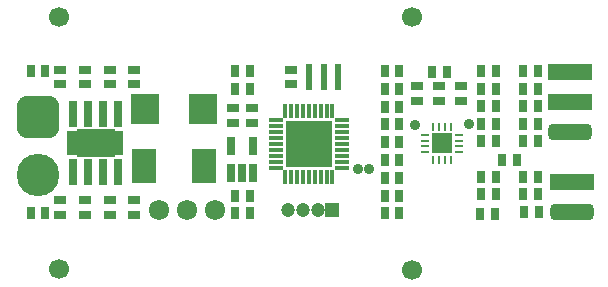
<source format=gts>
G04*
G04 #@! TF.GenerationSoftware,Altium Limited,Altium Designer,21.4.1 (30)*
G04*
G04 Layer_Color=8388736*
%FSLAX44Y44*%
%MOMM*%
G71*
G04*
G04 #@! TF.SameCoordinates,A4EDEA6E-0163-4E51-A629-31ED2BFADD5A*
G04*
G04*
G04 #@! TF.FilePolarity,Negative*
G04*
G01*
G75*
%ADD28R,0.7080X0.2548*%
%ADD29R,0.2548X0.7080*%
%ADD30R,1.7526X1.7526*%
G04:AMPARAMS|DCode=39|XSize=1.4mm|YSize=3.7mm|CornerRadius=0.4mm|HoleSize=0mm|Usage=FLASHONLY|Rotation=90.000|XOffset=0mm|YOffset=0mm|HoleType=Round|Shape=RoundedRectangle|*
%AMROUNDEDRECTD39*
21,1,1.4000,2.9000,0,0,90.0*
21,1,0.6000,3.7000,0,0,90.0*
1,1,0.8000,1.4500,0.3000*
1,1,0.8000,1.4500,-0.3000*
1,1,0.8000,-1.4500,-0.3000*
1,1,0.8000,-1.4500,0.3000*
%
%ADD39ROUNDEDRECTD39*%
%ADD40R,3.7000X1.4000*%
%ADD41R,1.0500X0.8000*%
%ADD42R,0.8000X1.0500*%
%ADD43R,2.1050X2.9940*%
%ADD44C,1.7240*%
%ADD45C,0.9000*%
%ADD46R,0.6000X2.2000*%
%ADD47R,0.4600X1.2800*%
%ADD48R,3.2000X2.3300*%
%ADD49R,0.8000X2.1700*%
%ADD50R,2.4000X2.5000*%
G04:AMPARAMS|DCode=51|XSize=3.6mm|YSize=3.6mm|CornerRadius=0.95mm|HoleSize=0mm|Usage=FLASHONLY|Rotation=180.000|XOffset=0mm|YOffset=0mm|HoleType=Round|Shape=RoundedRectangle|*
%AMROUNDEDRECTD51*
21,1,3.6000,1.7000,0,0,180.0*
21,1,1.7000,3.6000,0,0,180.0*
1,1,1.9000,-0.8500,0.8500*
1,1,1.9000,0.8500,0.8500*
1,1,1.9000,0.8500,-0.8500*
1,1,1.9000,-0.8500,-0.8500*
%
%ADD51ROUNDEDRECTD51*%
%ADD52C,3.6000*%
%ADD53R,1.2800X0.4600*%
%ADD54R,3.9000X3.9000*%
%ADD55R,0.7588X1.5208*%
%ADD56R,1.2000X1.2000*%
%ADD57C,1.2000*%
%ADD58C,1.7000*%
G36*
X272550Y327874D02*
Y348874D01*
X320000D01*
Y327874D01*
X272550D01*
D02*
G37*
D28*
X575895Y345422D02*
D03*
Y340422D02*
D03*
Y335422D02*
D03*
Y330422D02*
D03*
X604311D02*
D03*
Y335422D02*
D03*
Y340422D02*
D03*
Y345422D02*
D03*
D29*
X582603Y323714D02*
D03*
X587603D02*
D03*
X592603D02*
D03*
X597603D02*
D03*
Y352130D02*
D03*
X592603D02*
D03*
X587603D02*
D03*
X582603D02*
D03*
D30*
X590103Y337922D02*
D03*
D39*
X698608Y347400D02*
D03*
X700200Y279638D02*
D03*
D40*
X698608Y398200D02*
D03*
Y372800D02*
D03*
X700200Y305038D02*
D03*
D41*
X287830Y277556D02*
D03*
Y290000D02*
D03*
X267000Y277556D02*
D03*
Y290000D02*
D03*
X329490Y277556D02*
D03*
Y290000D02*
D03*
X308660D02*
D03*
Y277556D02*
D03*
X287830Y400456D02*
D03*
Y388012D02*
D03*
X267000D02*
D03*
Y400456D02*
D03*
X329490D02*
D03*
Y388012D02*
D03*
X308660D02*
D03*
Y400456D02*
D03*
X569400Y373778D02*
D03*
Y386222D02*
D03*
X587900Y386444D02*
D03*
Y374000D02*
D03*
X606400Y373778D02*
D03*
Y386222D02*
D03*
X413057Y355132D02*
D03*
Y367576D02*
D03*
X428941Y355132D02*
D03*
Y367576D02*
D03*
X462000Y400480D02*
D03*
Y388036D02*
D03*
D42*
X254322Y278806D02*
D03*
X241878D02*
D03*
X254322Y399206D02*
D03*
X241878D02*
D03*
X659020Y294953D02*
D03*
X671464D02*
D03*
Y309850D02*
D03*
X659020D02*
D03*
X671464Y369437D02*
D03*
X659020D02*
D03*
X671464Y339643D02*
D03*
X659020D02*
D03*
Y354540D02*
D03*
X671464D02*
D03*
Y384334D02*
D03*
X659020D02*
D03*
Y399230D02*
D03*
X671464D02*
D03*
X623345Y294953D02*
D03*
X635789D02*
D03*
X623345Y309850D02*
D03*
X635789D02*
D03*
X640932Y323800D02*
D03*
X653376D02*
D03*
X635789Y339643D02*
D03*
X623345D02*
D03*
X635789Y354540D02*
D03*
X623345D02*
D03*
Y369437D02*
D03*
X635789D02*
D03*
Y384334D02*
D03*
X623345D02*
D03*
X541576Y384177D02*
D03*
X554020D02*
D03*
X659800Y279534D02*
D03*
X672244D02*
D03*
X554020Y323965D02*
D03*
X541576D02*
D03*
X414837Y278806D02*
D03*
X427281D02*
D03*
X414837Y293859D02*
D03*
X427281D02*
D03*
X594041Y398347D02*
D03*
X581597D02*
D03*
X541576Y354071D02*
D03*
X554020D02*
D03*
X635789Y399230D02*
D03*
X623345D02*
D03*
X541576Y308912D02*
D03*
X554020D02*
D03*
X541576Y293859D02*
D03*
X554020D02*
D03*
X414837Y384177D02*
D03*
X427281D02*
D03*
X414837Y399230D02*
D03*
X427281D02*
D03*
X541576Y369124D02*
D03*
X554020D02*
D03*
Y399230D02*
D03*
X541576D02*
D03*
X554020Y278806D02*
D03*
X541576D02*
D03*
X554020Y339018D02*
D03*
X541576D02*
D03*
X635009Y278078D02*
D03*
X622565D02*
D03*
D43*
X338200Y319200D02*
D03*
X389000D02*
D03*
D44*
X397600Y281600D02*
D03*
X374100D02*
D03*
X350600D02*
D03*
D45*
X613040Y354770D02*
D03*
X566980Y353740D02*
D03*
X528490Y316200D02*
D03*
X518910D02*
D03*
D46*
X501879Y394123D02*
D03*
X477879D02*
D03*
X489879D02*
D03*
D47*
X487376Y365617D02*
D03*
X492376D02*
D03*
X497376D02*
D03*
X482376D02*
D03*
X477376D02*
D03*
X472376D02*
D03*
X467376D02*
D03*
X462376D02*
D03*
X457376D02*
D03*
Y309317D02*
D03*
X462376D02*
D03*
X467376D02*
D03*
X472376D02*
D03*
X477376D02*
D03*
X482376D02*
D03*
X487376D02*
D03*
X492376D02*
D03*
X497376D02*
D03*
D48*
X297000Y338374D02*
D03*
D49*
X277950Y363124D02*
D03*
X290650D02*
D03*
X303350D02*
D03*
X316050D02*
D03*
Y313624D02*
D03*
X303350D02*
D03*
X290650D02*
D03*
X277950D02*
D03*
D50*
X387500Y367200D02*
D03*
X338500D02*
D03*
D51*
X248100Y360249D02*
D03*
D52*
Y311249D02*
D03*
D53*
X449226Y352467D02*
D03*
Y347467D02*
D03*
Y342467D02*
D03*
Y337467D02*
D03*
Y332467D02*
D03*
Y327467D02*
D03*
Y322467D02*
D03*
Y317467D02*
D03*
X505526D02*
D03*
Y322467D02*
D03*
Y327467D02*
D03*
Y332467D02*
D03*
Y337467D02*
D03*
Y342467D02*
D03*
Y347467D02*
D03*
Y352467D02*
D03*
X449226Y357467D02*
D03*
X505526D02*
D03*
D54*
X477376Y337467D02*
D03*
D55*
X411601Y312777D02*
D03*
X420999D02*
D03*
X430397D02*
D03*
Y336145D02*
D03*
X411601D02*
D03*
D56*
X497303Y281737D02*
D03*
D57*
X459803D02*
D03*
X472303D02*
D03*
X484803D02*
D03*
D58*
X564700Y445300D02*
D03*
X266200Y231700D02*
D03*
Y445300D02*
D03*
X564700Y230700D02*
D03*
M02*

</source>
